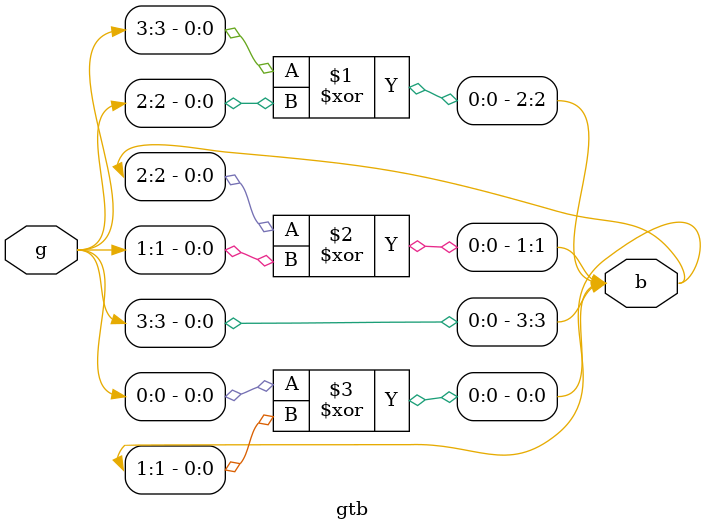
<source format=v>
module gtb(input [3:0]g,
           output [3:0]b);
		   
	assign b[3]=g[3];
	assign b[2]=b[3]^g[2];
	assign b[1]=b[2]^g[1];
	assign b[0]=g[0]^b[1];
	
endmodule
</source>
